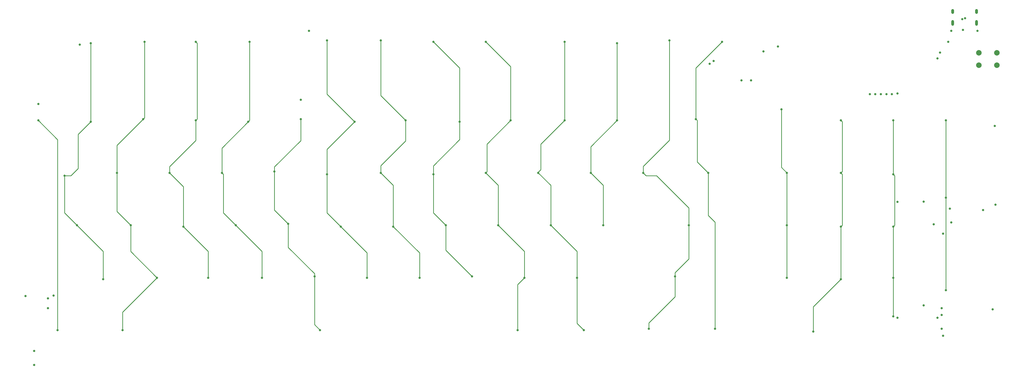
<source format=gbr>
%TF.GenerationSoftware,KiCad,Pcbnew,8.0.5*%
%TF.CreationDate,2024-11-10T22:51:29+11:00*%
%TF.ProjectId,keyboard,6b657962-6f61-4726-942e-6b696361645f,rev?*%
%TF.SameCoordinates,Original*%
%TF.FileFunction,Copper,L3,Inr*%
%TF.FilePolarity,Positive*%
%FSLAX46Y46*%
G04 Gerber Fmt 4.6, Leading zero omitted, Abs format (unit mm)*
G04 Created by KiCad (PCBNEW 8.0.5) date 2024-11-10 22:51:29*
%MOMM*%
%LPD*%
G01*
G04 APERTURE LIST*
%TA.AperFunction,ComponentPad*%
%ADD10C,2.000000*%
%TD*%
%TA.AperFunction,ComponentPad*%
%ADD11O,1.000000X1.800000*%
%TD*%
%TA.AperFunction,ComponentPad*%
%ADD12O,1.000000X2.100000*%
%TD*%
%TA.AperFunction,ViaPad*%
%ADD13C,0.800000*%
%TD*%
%TA.AperFunction,Conductor*%
%ADD14C,0.250000*%
%TD*%
G04 APERTURE END LIST*
D10*
%TO.N,GND*%
%TO.C,SW1*%
X391500000Y-36500000D03*
X385000000Y-36500000D03*
%TO.N,Net-(U1-BOOTSEL)*%
X391500000Y-41000000D03*
X385000000Y-41000000D03*
%TD*%
D11*
%TO.N,unconnected-(J1-SHIELD-PadS1)_3*%
%TO.C,J1*%
X375500000Y-21500000D03*
D12*
%TO.N,unconnected-(J1-SHIELD-PadS1)_1*%
X375500000Y-25700000D03*
D11*
%TO.N,unconnected-(J1-SHIELD-PadS1)_2*%
X384140000Y-21500000D03*
D12*
%TO.N,unconnected-(J1-SHIELD-PadS1)*%
X384140000Y-25700000D03*
%TD*%
D13*
%TO.N,col17*%
X355500000Y-132500000D03*
X354000000Y-132000000D03*
%TO.N,LED_PWR*%
X287500000Y-40500000D03*
X289000000Y-39500000D03*
%TO.N,LED_GND*%
X43000000Y-149615000D03*
X43000000Y-144500000D03*
%TO.N,LED_PWR*%
X371500000Y-136500000D03*
%TO.N,LED_GND*%
X370000000Y-132500000D03*
%TO.N,LED_PWR*%
X371500000Y-131500000D03*
X371500000Y-129000000D03*
%TO.N,LED_GND*%
X365000000Y-128000000D03*
%TO.N,LED_PWR*%
X39875000Y-124625000D03*
X50000000Y-124500000D03*
%TO.N,LED_GND*%
X47999983Y-128999983D03*
X48000000Y-125500000D03*
%TO.N,LED_PWR*%
X368610000Y-98610000D03*
X374500000Y-93000000D03*
%TO.N,LED_GND*%
X355500000Y-90500000D03*
X365000000Y-90390000D03*
X375000000Y-98000000D03*
X386500000Y-93500000D03*
X299000000Y-46500000D03*
X302500000Y-46500000D03*
%TO.N,col1*%
X59500000Y-33500000D03*
X44500000Y-55000000D03*
X51500000Y-137000000D03*
X44500000Y-61000000D03*
%TO.N,col2*%
X63500000Y-33000000D03*
X63500000Y-61500000D03*
X58500000Y-99000000D03*
X68000000Y-118500000D03*
X54000000Y-81000000D03*
%TO.N,col3*%
X83000000Y-32500000D03*
X87500000Y-118000000D03*
X73000000Y-80000000D03*
X75000000Y-137000000D03*
X82500000Y-60500000D03*
X78000000Y-99000000D03*
%TO.N,col4*%
X97000000Y-99500000D03*
X101500000Y-61000000D03*
X101500000Y-32500000D03*
X92000000Y-80000000D03*
X106000000Y-118000000D03*
%TO.N,col5*%
X111000000Y-80000000D03*
X125500000Y-118000000D03*
X116000000Y-99000000D03*
X120500000Y-61500000D03*
X121000000Y-32500000D03*
%TO.N,col6*%
X142500000Y-28500000D03*
X139500000Y-53500000D03*
X135000000Y-98500000D03*
X139500000Y-60500000D03*
X146500000Y-137000000D03*
X144500000Y-117500000D03*
X130000000Y-79500000D03*
%TO.N,col7*%
X149000000Y-80500000D03*
X159000000Y-61500000D03*
X154000000Y-99500000D03*
X149000000Y-32000000D03*
X163500000Y-118000000D03*
%TO.N,col8*%
X177500000Y-61000000D03*
X182500000Y-118000000D03*
X173000000Y-99500000D03*
X168500000Y-32000000D03*
X168500000Y-80000000D03*
%TO.N,col9*%
X201500000Y-117500000D03*
X197000000Y-61500000D03*
X192000000Y-99000000D03*
X187500000Y-32500000D03*
X187500000Y-80500000D03*
%TO.N,col10*%
X218000000Y-137000000D03*
X211000000Y-99000000D03*
X206500000Y-80000000D03*
X215500000Y-61000000D03*
X206500000Y-32500000D03*
X220500000Y-118000000D03*
%TO.N,col11*%
X242000000Y-137000000D03*
X235000000Y-61000000D03*
X235000000Y-32500000D03*
X230000000Y-99000000D03*
X225500000Y-80000000D03*
X239500000Y-118000000D03*
%TO.N,col12*%
X254000000Y-33000000D03*
X249000000Y-99000000D03*
X254000000Y-61000000D03*
X244500000Y-80000000D03*
%TO.N,col13*%
X263500000Y-80000000D03*
X280000000Y-99000000D03*
X265500000Y-136500000D03*
X275000000Y-117500000D03*
X273000000Y-32000014D03*
%TO.N,col14*%
X292000000Y-32500000D03*
X287000000Y-80000000D03*
X282500000Y-60500000D03*
X289500000Y-136500000D03*
%TO.N,col15*%
X315500000Y-118000000D03*
X315500000Y-99000000D03*
X315500000Y-80000000D03*
X313500000Y-57000000D03*
%TO.N,col16*%
X335000000Y-99500000D03*
X335000000Y-61000000D03*
X335000000Y-80000000D03*
X325000000Y-137500000D03*
X335000000Y-118500000D03*
%TO.N,col17*%
X354000000Y-99500000D03*
X354000000Y-80500000D03*
X354000000Y-118000000D03*
X354000000Y-61000000D03*
%TO.N,col18*%
X373000000Y-61000000D03*
X373000000Y-89000000D03*
X373000000Y-122500000D03*
%TO.N,row0*%
X312249991Y-34249991D03*
X345500000Y-51500000D03*
%TO.N,row1*%
X390775000Y-63000000D03*
X347500000Y-51500000D03*
%TO.N,row2*%
X391000000Y-91500000D03*
X349500000Y-51500000D03*
%TO.N,row3*%
X351500000Y-51500000D03*
X372000000Y-102000000D03*
%TO.N,row4*%
X353500000Y-51500000D03*
X390000000Y-129500000D03*
%TO.N,row5*%
X372000000Y-139000000D03*
X355500000Y-51225000D03*
%TO.N,+5V *%
X375000000Y-28500000D03*
X373900000Y-32500000D03*
X384500000Y-28500000D03*
X379250035Y-28180510D03*
X307000000Y-35999996D03*
%TO.N,Net-(U1-USB_D+)*%
X370000000Y-38500000D03*
X380000000Y-24000000D03*
%TO.N,Net-(U1-USB_D-)*%
X370951987Y-36451997D03*
X378951992Y-24325000D03*
%TD*%
D14*
%TO.N,col17*%
X354000000Y-118000000D02*
X354000000Y-132000000D01*
%TO.N,col1*%
X51500000Y-68000000D02*
X44500000Y-61000000D01*
X51500000Y-137000000D02*
X51500000Y-68000000D01*
%TO.N,col2*%
X63500000Y-33000000D02*
X63500000Y-61500000D01*
X58915000Y-66085000D02*
X58915000Y-78397767D01*
X58500000Y-99000000D02*
X68000000Y-108500000D01*
X58915000Y-78397767D02*
X56287767Y-81025000D01*
X63500000Y-61500000D02*
X58915000Y-66085000D01*
X54025000Y-81025000D02*
X54000000Y-81000000D01*
X54000000Y-81000000D02*
X54000000Y-94500000D01*
X56287767Y-81025000D02*
X54025000Y-81025000D01*
X54000000Y-94500000D02*
X58500000Y-99000000D01*
X68000000Y-108500000D02*
X68000000Y-118500000D01*
%TO.N,col3*%
X82500000Y-60500000D02*
X73000000Y-70000000D01*
X75000000Y-130500000D02*
X75000000Y-137000000D01*
X78000000Y-108500000D02*
X87500000Y-118000000D01*
X87500000Y-118000000D02*
X75000000Y-130500000D01*
X73000000Y-94000000D02*
X78000000Y-99000000D01*
X83000000Y-60000000D02*
X82500000Y-60500000D01*
X73000000Y-70000000D02*
X73000000Y-80000000D01*
X83000000Y-32500000D02*
X83000000Y-60000000D01*
X78000000Y-99000000D02*
X78000000Y-108500000D01*
X73000000Y-80000000D02*
X73000000Y-94000000D01*
%TO.N,col4*%
X102000000Y-33000000D02*
X101500000Y-32500000D01*
X106000000Y-118000000D02*
X106000000Y-108500000D01*
X92000000Y-80000000D02*
X92000000Y-77723350D01*
X97000000Y-99500000D02*
X97000000Y-85000000D01*
X106000000Y-108500000D02*
X97000000Y-99500000D01*
X101500000Y-68223350D02*
X101500000Y-61000000D01*
X102000000Y-60500000D02*
X102000000Y-33000000D01*
X97000000Y-85000000D02*
X92000000Y-80000000D01*
X92000000Y-77723350D02*
X101500000Y-68223350D01*
X101500000Y-61000000D02*
X102000000Y-60500000D01*
%TO.N,col5*%
X116000000Y-99000000D02*
X125500000Y-108500000D01*
X121000000Y-61000000D02*
X120500000Y-61500000D01*
X111500000Y-94500000D02*
X116000000Y-99000000D01*
X125500000Y-108500000D02*
X125500000Y-118000000D01*
X111000000Y-80000000D02*
X111500000Y-80500000D01*
X111500000Y-80500000D02*
X111500000Y-94500000D01*
X121000000Y-32500000D02*
X121000000Y-61000000D01*
X111000000Y-71000000D02*
X111000000Y-80000000D01*
X120500000Y-61500000D02*
X111000000Y-71000000D01*
%TO.N,col6*%
X135000000Y-107000000D02*
X135000000Y-98500000D01*
X144500000Y-116500000D02*
X135000000Y-107000000D01*
X135000000Y-98500000D02*
X130000000Y-93500000D01*
X130000000Y-93500000D02*
X130000000Y-79500000D01*
X130000000Y-77823350D02*
X139500000Y-68323350D01*
X130000000Y-79500000D02*
X130000000Y-77823350D01*
X146500000Y-137000000D02*
X144500000Y-135000000D01*
X139500000Y-68323350D02*
X139500000Y-60500000D01*
X144500000Y-135000000D02*
X144500000Y-117500000D01*
X144500000Y-117500000D02*
X144500000Y-116500000D01*
%TO.N,col7*%
X149000000Y-71500000D02*
X149000000Y-80500000D01*
X149000000Y-32000000D02*
X149000000Y-51500000D01*
X163500000Y-109000000D02*
X163500000Y-118000000D01*
X149000000Y-94500000D02*
X154000000Y-99500000D01*
X154000000Y-99500000D02*
X163500000Y-109000000D01*
X149000000Y-80500000D02*
X149000000Y-94500000D01*
X149000000Y-51500000D02*
X159000000Y-61500000D01*
X159000000Y-61500000D02*
X149000000Y-71500000D01*
%TO.N,col8*%
X177500000Y-68423350D02*
X177500000Y-61000000D01*
X182500000Y-109000000D02*
X173000000Y-99500000D01*
X168500000Y-80000000D02*
X168500000Y-77423350D01*
X168500000Y-52000000D02*
X168500000Y-32000000D01*
X173000000Y-99500000D02*
X173000000Y-84500000D01*
X177500000Y-61000000D02*
X168500000Y-52000000D01*
X173000000Y-84500000D02*
X168500000Y-80000000D01*
X168500000Y-77423350D02*
X177500000Y-68423350D01*
X182500000Y-118000000D02*
X182500000Y-109000000D01*
%TO.N,col9*%
X187500000Y-80500000D02*
X187500000Y-94500000D01*
X187500000Y-32500000D02*
X197000000Y-42000000D01*
X187500000Y-94500000D02*
X192000000Y-99000000D01*
X196973350Y-68000000D02*
X187500000Y-77473350D01*
X197000000Y-68000000D02*
X196973350Y-68000000D01*
X197000000Y-42000000D02*
X197000000Y-61500000D01*
X192000000Y-99000000D02*
X192000000Y-108000000D01*
X192000000Y-108000000D02*
X201500000Y-117500000D01*
X187500000Y-77473350D02*
X187500000Y-80500000D01*
X197000000Y-61500000D02*
X197000000Y-68000000D01*
%TO.N,col10*%
X206920000Y-79580000D02*
X206920000Y-69580000D01*
X218000000Y-137000000D02*
X218000000Y-120500000D01*
X211000000Y-84500000D02*
X206500000Y-80000000D01*
X220500000Y-108500000D02*
X211000000Y-99000000D01*
X206500000Y-80000000D02*
X206920000Y-79580000D01*
X206920000Y-69580000D02*
X215500000Y-61000000D01*
X211000000Y-99000000D02*
X211000000Y-84500000D01*
X220500000Y-118000000D02*
X220500000Y-108500000D01*
X215500000Y-41500000D02*
X206500000Y-32500000D01*
X215500000Y-61000000D02*
X215500000Y-41500000D01*
X218000000Y-120500000D02*
X220500000Y-118000000D01*
%TO.N,col11*%
X239500000Y-118000000D02*
X239500000Y-134500000D01*
X235000000Y-32500000D02*
X235000000Y-61000000D01*
X230000000Y-99000000D02*
X239500000Y-108500000D01*
X225500000Y-79727233D02*
X225500000Y-80000000D01*
X226363616Y-69636384D02*
X226363616Y-78863617D01*
X226363616Y-78863617D02*
X225500000Y-79727233D01*
X239500000Y-134500000D02*
X242000000Y-137000000D01*
X230000000Y-84500000D02*
X230000000Y-99000000D01*
X225500000Y-80000000D02*
X230000000Y-84500000D01*
X235000000Y-61000000D02*
X226363616Y-69636384D01*
X239500000Y-108500000D02*
X239500000Y-118000000D01*
%TO.N,col12*%
X244500000Y-80000000D02*
X249000000Y-84500000D01*
X244500000Y-80000000D02*
X244500000Y-70500000D01*
X254000000Y-61000000D02*
X254000000Y-33000000D01*
X249000000Y-84500000D02*
X249000000Y-99000000D01*
X244500000Y-70500000D02*
X254000000Y-61000000D01*
%TO.N,col13*%
X263500000Y-80000000D02*
X263500000Y-77673350D01*
X280000000Y-99000000D02*
X280000000Y-92725131D01*
X280000000Y-111179600D02*
X280000000Y-99000000D01*
X273000000Y-33500000D02*
X273000000Y-32000000D01*
X265500000Y-134348381D02*
X275000000Y-124848381D01*
X275000000Y-117500000D02*
X275000000Y-116179600D01*
X275000000Y-124848381D02*
X275000000Y-117500000D01*
X263500000Y-77673350D02*
X273000000Y-68173350D01*
X273000000Y-68173350D02*
X273000000Y-33500000D01*
X275000000Y-116179600D02*
X280000000Y-111179600D01*
X273000000Y-33500000D02*
X273000000Y-32500000D01*
X280000000Y-92725131D02*
X268299869Y-81025000D01*
X264525000Y-81025000D02*
X263500000Y-80000000D01*
X273000000Y-32500000D02*
X273000000Y-32000014D01*
X265500000Y-136500000D02*
X265500000Y-134348381D01*
X268299869Y-81025000D02*
X264525000Y-81025000D01*
%TO.N,col14*%
X287000000Y-80000000D02*
X287000000Y-95406119D01*
X282500000Y-42000000D02*
X282500000Y-60500000D01*
X282500000Y-60500000D02*
X283000000Y-61000000D01*
X283000000Y-76000000D02*
X287000000Y-80000000D01*
X283000000Y-61000000D02*
X283000000Y-76000000D01*
X287000000Y-95406119D02*
X289500000Y-97906119D01*
X289500000Y-97906119D02*
X289500000Y-136500000D01*
X292000000Y-32500000D02*
X282500000Y-42000000D01*
%TO.N,col15*%
X313500000Y-57000000D02*
X313500000Y-78000000D01*
X313500000Y-78000000D02*
X315500000Y-80000000D01*
X315500000Y-80000000D02*
X315500000Y-99000000D01*
X315500000Y-99000000D02*
X315500000Y-118000000D01*
%TO.N,col16*%
X335500000Y-80500000D02*
X335000000Y-80000000D01*
X335500000Y-61500000D02*
X335000000Y-61000000D01*
X325000000Y-137500000D02*
X325000000Y-128500000D01*
X335500000Y-99000000D02*
X335500000Y-80500000D01*
X335000000Y-99500000D02*
X335500000Y-99000000D01*
X335000000Y-80000000D02*
X335500000Y-79500000D01*
X325000000Y-128500000D02*
X335000000Y-118500000D01*
X335000000Y-118500000D02*
X335000000Y-99500000D01*
X335500000Y-79500000D02*
X335500000Y-61500000D01*
%TO.N,col17*%
X354500000Y-99000000D02*
X354000000Y-99500000D01*
X354500000Y-81000000D02*
X354500000Y-99000000D01*
X354000000Y-80500000D02*
X354500000Y-81000000D01*
X354000000Y-99500000D02*
X354000000Y-118000000D01*
X354000000Y-61000000D02*
X354000000Y-80500000D01*
%TO.N,col18*%
X373000000Y-122500000D02*
X373000000Y-89000000D01*
X373000000Y-89000000D02*
X373000000Y-61000000D01*
%TD*%
M02*

</source>
